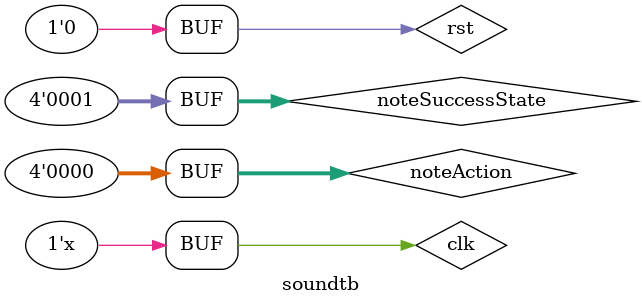
<source format=v>
`timescale 1ns / 1ps


module soundtb;

	// Inputs
	reg [3:0] noteAction;
	reg [3:0] noteSuccessState;
	reg clk;
    reg rst;
	// Outputs
	wire buzzer_sound;

	// Instantiate the Unit Under Test (UUT)
	sound_player uut (
		.noteAction(noteAction), 
		.noteSuccessState(noteSuccessState), 
		.clk(clk),
        .rst(rst),
		.buzzer_sound(buzzer_sound)
	);

	initial begin
		// Initialize Inputs
		noteAction = 0;
		noteSuccessState = 0;
		clk = 0;
        rst = 1;
        
        #5;
        rst = 0;
		// Wait 100 ns for global reset to finish
		#100;
        noteAction = 4'b1000;
        noteSuccessState = 4'b1000;
        
        #5;
        noteAction = 4'b0000;
		  
		  #1215752;
		  noteAction = 4'b0001;
		  noteSuccessState = 4'b0001;
		  #5;
		  noteAction = 4'b0000;
		// Add stimulus here

	end
    
    always #5 clk = ~clk;
endmodule


</source>
